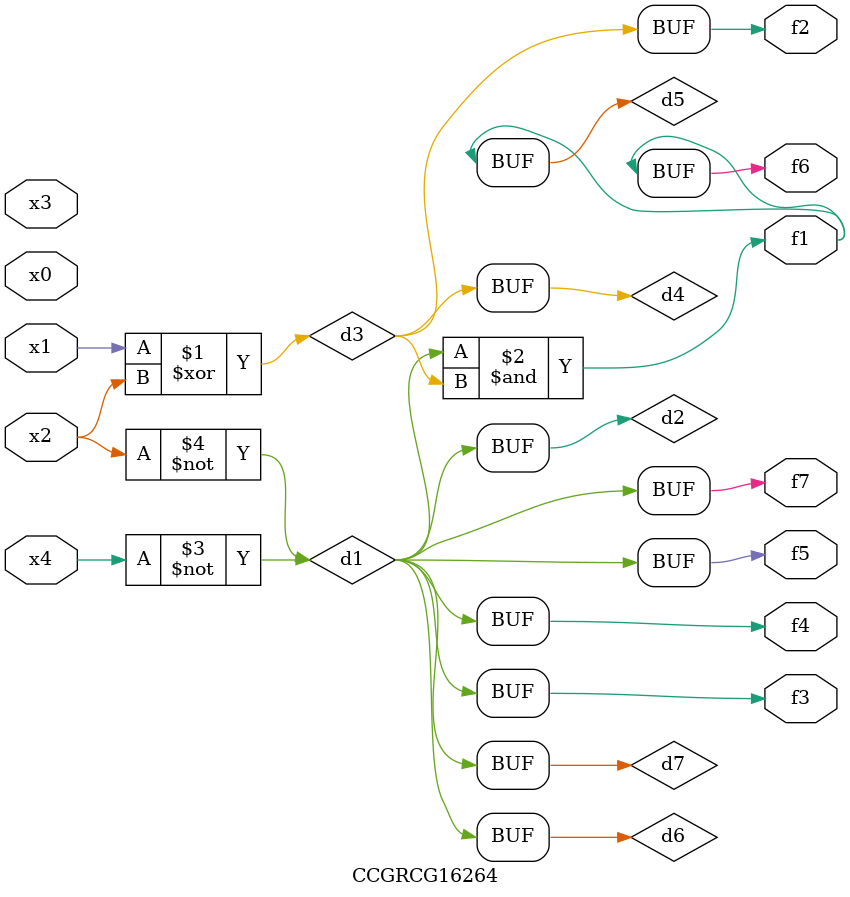
<source format=v>
module CCGRCG16264(
	input x0, x1, x2, x3, x4,
	output f1, f2, f3, f4, f5, f6, f7
);

	wire d1, d2, d3, d4, d5, d6, d7;

	not (d1, x4);
	not (d2, x2);
	xor (d3, x1, x2);
	buf (d4, d3);
	and (d5, d1, d3);
	buf (d6, d1, d2);
	buf (d7, d2);
	assign f1 = d5;
	assign f2 = d4;
	assign f3 = d7;
	assign f4 = d7;
	assign f5 = d7;
	assign f6 = d5;
	assign f7 = d7;
endmodule

</source>
